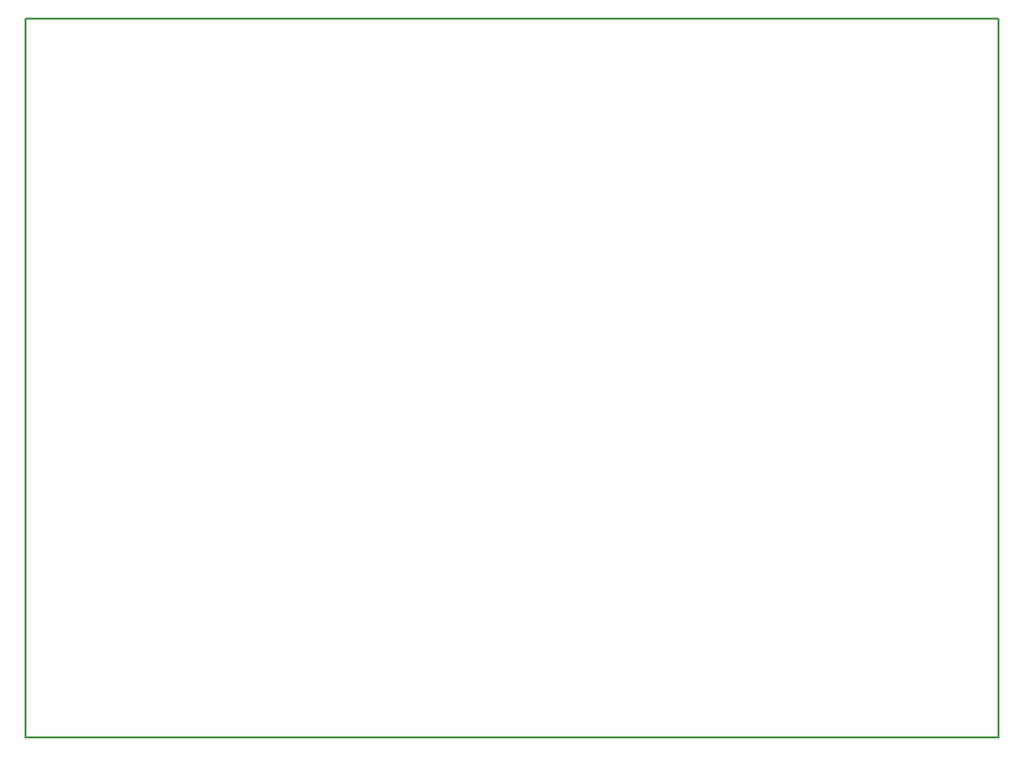
<source format=gbo>
G04 MADE WITH FRITZING*
G04 WWW.FRITZING.ORG*
G04 DOUBLE SIDED*
G04 HOLES PLATED*
G04 CONTOUR ON CENTER OF CONTOUR VECTOR*
%ASAXBY*%
%FSLAX23Y23*%
%MOIN*%
%OFA0B0*%
%SFA1.0B1.0*%
%ADD10R,3.311300X2.451860X3.295300X2.435860*%
%ADD11C,0.008000*%
%LNSILK0*%
G90*
G70*
G54D11*
X4Y2448D02*
X3307Y2448D01*
X3307Y4D01*
X4Y4D01*
X4Y2448D01*
D02*
G04 End of Silk0*
M02*
</source>
